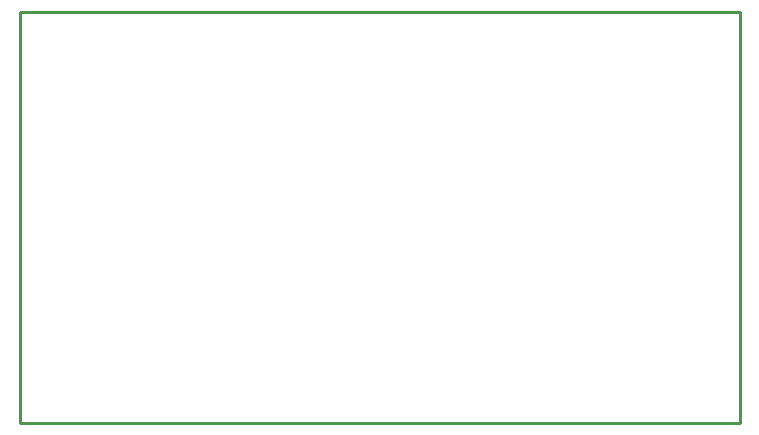
<source format=gm1>
G04 Layer_Color=16711935*
%FSLAX43Y43*%
%MOMM*%
G71*
G01*
G75*
%ADD28C,0.254*%
D28*
X49530Y87503D02*
X110490D01*
X49530Y52705D02*
Y87503D01*
Y52705D02*
X110490D01*
Y87503D01*
M02*

</source>
